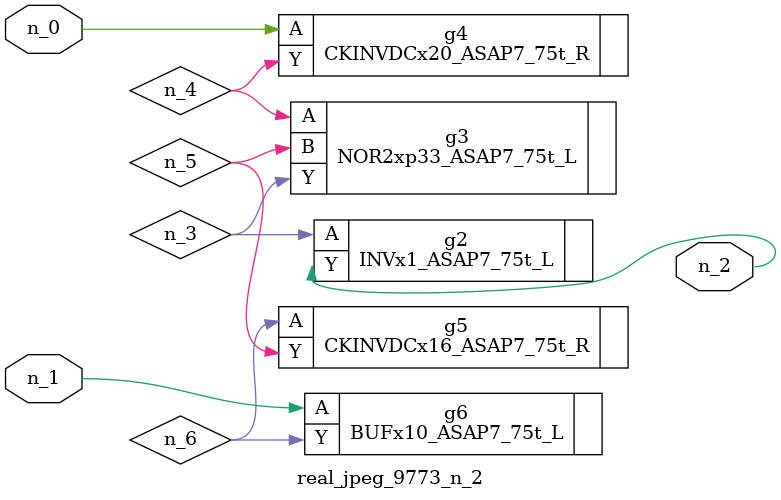
<source format=v>
module real_jpeg_9773_n_2 (n_1, n_0, n_2);

input n_1;
input n_0;

output n_2;

wire n_5;
wire n_4;
wire n_6;
wire n_3;

CKINVDCx20_ASAP7_75t_R g4 ( 
.A(n_0),
.Y(n_4)
);

BUFx10_ASAP7_75t_L g6 ( 
.A(n_1),
.Y(n_6)
);

INVx1_ASAP7_75t_L g2 ( 
.A(n_3),
.Y(n_2)
);

NOR2xp33_ASAP7_75t_L g3 ( 
.A(n_4),
.B(n_5),
.Y(n_3)
);

CKINVDCx16_ASAP7_75t_R g5 ( 
.A(n_6),
.Y(n_5)
);


endmodule
</source>
